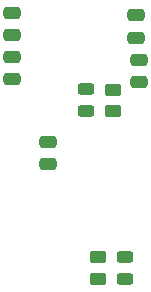
<source format=gbp>
%TF.GenerationSoftware,KiCad,Pcbnew,8.0.5*%
%TF.CreationDate,2024-10-30T11:17:57-05:00*%
%TF.ProjectId,DataAcq-EnvBreakoutPCB,44617461-4163-4712-9d45-6e7642726561,rev?*%
%TF.SameCoordinates,Original*%
%TF.FileFunction,Paste,Bot*%
%TF.FilePolarity,Positive*%
%FSLAX46Y46*%
G04 Gerber Fmt 4.6, Leading zero omitted, Abs format (unit mm)*
G04 Created by KiCad (PCBNEW 8.0.5) date 2024-10-30 11:17:57*
%MOMM*%
%LPD*%
G01*
G04 APERTURE LIST*
G04 Aperture macros list*
%AMRoundRect*
0 Rectangle with rounded corners*
0 $1 Rounding radius*
0 $2 $3 $4 $5 $6 $7 $8 $9 X,Y pos of 4 corners*
0 Add a 4 corners polygon primitive as box body*
4,1,4,$2,$3,$4,$5,$6,$7,$8,$9,$2,$3,0*
0 Add four circle primitives for the rounded corners*
1,1,$1+$1,$2,$3*
1,1,$1+$1,$4,$5*
1,1,$1+$1,$6,$7*
1,1,$1+$1,$8,$9*
0 Add four rect primitives between the rounded corners*
20,1,$1+$1,$2,$3,$4,$5,0*
20,1,$1+$1,$4,$5,$6,$7,0*
20,1,$1+$1,$6,$7,$8,$9,0*
20,1,$1+$1,$8,$9,$2,$3,0*%
G04 Aperture macros list end*
%ADD10RoundRect,0.250000X-0.475000X0.250000X-0.475000X-0.250000X0.475000X-0.250000X0.475000X0.250000X0*%
%ADD11RoundRect,0.250000X0.475000X-0.250000X0.475000X0.250000X-0.475000X0.250000X-0.475000X-0.250000X0*%
%ADD12RoundRect,0.250000X0.450000X-0.262500X0.450000X0.262500X-0.450000X0.262500X-0.450000X-0.262500X0*%
%ADD13RoundRect,0.243750X-0.456250X0.243750X-0.456250X-0.243750X0.456250X-0.243750X0.456250X0.243750X0*%
%ADD14RoundRect,0.250000X-0.450000X0.262500X-0.450000X-0.262500X0.450000X-0.262500X0.450000X0.262500X0*%
%ADD15RoundRect,0.243750X0.456250X-0.243750X0.456250X0.243750X-0.456250X0.243750X-0.456250X-0.243750X0*%
G04 APERTURE END LIST*
D10*
%TO.C,C2*%
X124200000Y-38340000D03*
X124200000Y-40240000D03*
%TD*%
D11*
%TO.C,C1*%
X123950000Y-36490000D03*
X123950000Y-34590000D03*
%TD*%
D12*
%TO.C,R3*%
X121950000Y-42702500D03*
X121950000Y-40877500D03*
%TD*%
D13*
%TO.C,D1*%
X123000000Y-55062500D03*
X123000000Y-56937500D03*
%TD*%
D10*
%TO.C,C4*%
X113450000Y-34390000D03*
X113450000Y-36290000D03*
%TD*%
%TO.C,C3*%
X113450000Y-38090000D03*
X113450000Y-39990000D03*
%TD*%
%TO.C,C7*%
X116500000Y-45300000D03*
X116500000Y-47200000D03*
%TD*%
D14*
%TO.C,R2*%
X120750000Y-55087500D03*
X120750000Y-56912500D03*
%TD*%
D15*
%TO.C,D2*%
X119700000Y-42707500D03*
X119700000Y-40832500D03*
%TD*%
M02*

</source>
